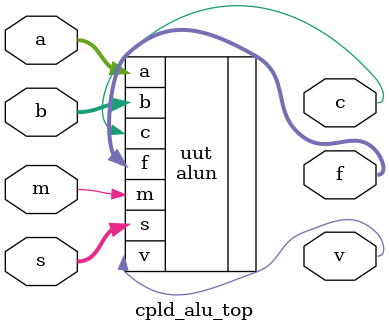
<source format=v>

module cpld_alu_top
#(
    parameter N = 8
)
(
    input  m,
    input  [1:0] s,
    input  [N-1:0] a,
    input  [N-1:0] b,
    output [N-1:0] f,
    output v,
    output c
);

alun #(N) uut (
    .m(m),
    .s(s),
    .a(a),
    .b(b),
    .f(f),
    .v(v),
    .c(c)
);


endmodule
</source>
